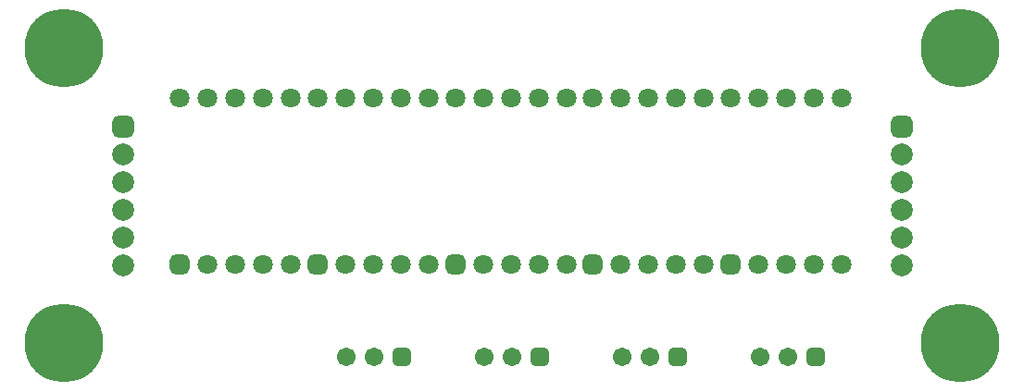
<source format=gts>
G04*
G04 #@! TF.GenerationSoftware,Altium Limited,Altium Designer,21.2.1 (34)*
G04*
G04 Layer_Color=8388736*
%FSTAX24Y24*%
%MOIN*%
G70*
G04*
G04 #@! TF.SameCoordinates,B5EDC26F-F54B-4B64-A331-42E7CDC04EED*
G04*
G04*
G04 #@! TF.FilePolarity,Negative*
G04*
G01*
G75*
%ADD12C,0.0789*%
G04:AMPARAMS|DCode=13|XSize=78.9mil|YSize=78.9mil|CornerRadius=21.7mil|HoleSize=0mil|Usage=FLASHONLY|Rotation=270.000|XOffset=0mil|YOffset=0mil|HoleType=Round|Shape=RoundedRectangle|*
%AMROUNDEDRECTD13*
21,1,0.0789,0.0354,0,0,270.0*
21,1,0.0354,0.0789,0,0,270.0*
1,1,0.0434,-0.0177,-0.0177*
1,1,0.0434,-0.0177,0.0177*
1,1,0.0434,0.0177,0.0177*
1,1,0.0434,0.0177,-0.0177*
%
%ADD13ROUNDEDRECTD13*%
%ADD14C,0.0671*%
G04:AMPARAMS|DCode=15|XSize=67.1mil|YSize=67.1mil|CornerRadius=18.8mil|HoleSize=0mil|Usage=FLASHONLY|Rotation=180.000|XOffset=0mil|YOffset=0mil|HoleType=Round|Shape=RoundedRectangle|*
%AMROUNDEDRECTD15*
21,1,0.0671,0.0295,0,0,180.0*
21,1,0.0295,0.0671,0,0,180.0*
1,1,0.0375,-0.0148,0.0148*
1,1,0.0375,0.0148,0.0148*
1,1,0.0375,0.0148,-0.0148*
1,1,0.0375,-0.0148,-0.0148*
%
%ADD15ROUNDEDRECTD15*%
%ADD16C,0.2836*%
%ADD17C,0.0710*%
G04:AMPARAMS|DCode=18|XSize=71mil|YSize=71mil|CornerRadius=19.7mil|HoleSize=0mil|Usage=FLASHONLY|Rotation=0.000|XOffset=0mil|YOffset=0mil|HoleType=Round|Shape=RoundedRectangle|*
%AMROUNDEDRECTD18*
21,1,0.0710,0.0315,0,0,0.0*
21,1,0.0315,0.0710,0,0,0.0*
1,1,0.0395,0.0157,-0.0157*
1,1,0.0395,-0.0157,-0.0157*
1,1,0.0395,-0.0157,0.0157*
1,1,0.0395,0.0157,0.0157*
%
%ADD18ROUNDEDRECTD18*%
D12*
X05369Y022856D02*
D03*
Y023856D02*
D03*
Y024856D02*
D03*
Y025856D02*
D03*
Y026856D02*
D03*
X02564Y022856D02*
D03*
Y023856D02*
D03*
Y024856D02*
D03*
Y025856D02*
D03*
Y026856D02*
D03*
D13*
X05369Y027856D02*
D03*
X02564D02*
D03*
D14*
X048568Y019537D02*
D03*
X049568D02*
D03*
X043608D02*
D03*
X044608D02*
D03*
X038647D02*
D03*
X039647D02*
D03*
X033686D02*
D03*
X034686D02*
D03*
D15*
X050568D02*
D03*
X045608D02*
D03*
X040647D02*
D03*
X035686D02*
D03*
D16*
X055789Y030671D02*
D03*
Y020041D02*
D03*
X023505Y030671D02*
D03*
Y020041D02*
D03*
D17*
X051518Y028896D02*
D03*
X050518D02*
D03*
X049518D02*
D03*
X048518D02*
D03*
X047518D02*
D03*
X051518Y022896D02*
D03*
X050518D02*
D03*
X049518D02*
D03*
X048518D02*
D03*
X046558Y028896D02*
D03*
X045558D02*
D03*
X044558D02*
D03*
X043558D02*
D03*
X042558D02*
D03*
X046558Y022896D02*
D03*
X045558D02*
D03*
X044558D02*
D03*
X043558D02*
D03*
X041597Y028896D02*
D03*
X040597D02*
D03*
X039597D02*
D03*
X038597D02*
D03*
X037597D02*
D03*
X041597Y022896D02*
D03*
X040597D02*
D03*
X039597D02*
D03*
X038597D02*
D03*
X036636Y028896D02*
D03*
X035636D02*
D03*
X034636D02*
D03*
X033636D02*
D03*
X032636D02*
D03*
X036636Y022896D02*
D03*
X035636D02*
D03*
X034636D02*
D03*
X033636D02*
D03*
X031676Y028896D02*
D03*
X030676D02*
D03*
X029676D02*
D03*
X028676D02*
D03*
X027676D02*
D03*
X031676Y022896D02*
D03*
X030676D02*
D03*
X029676D02*
D03*
X028676D02*
D03*
D18*
X047518D02*
D03*
X042558D02*
D03*
X037597D02*
D03*
X032636D02*
D03*
X027676D02*
D03*
M02*

</source>
